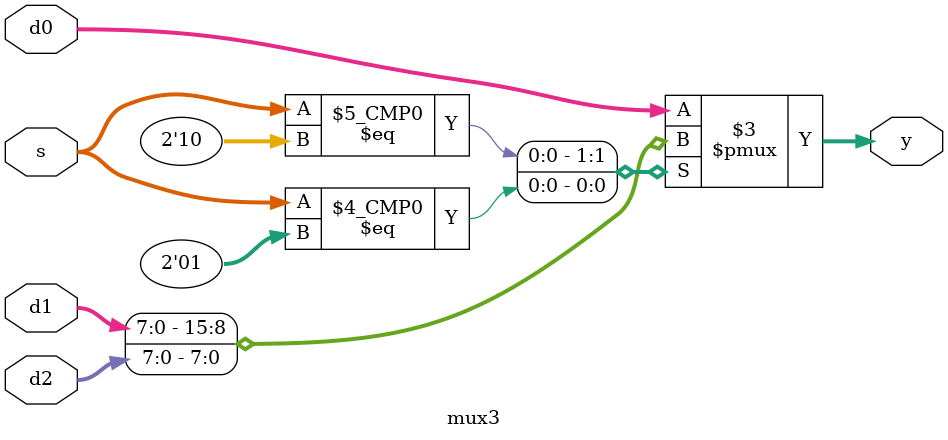
<source format=v>
`timescale 1ns/1ps
`define mydelay 1


`define REGFILE_FF
`ifdef REGFILE_FF

module regfile(input             clk,
               input             we,
               input      [4:0]  ra1, ra2, wa,
               input      [31:0] wd,
               output reg [31:0] rd1, rd2);

	reg [31:0] R1;
	reg [31:0] R2;
	reg [31:0] R3;
	reg [31:0] R4;
	reg [31:0] R5;
	reg [31:0] R6;
	reg [31:0] R7;
	reg [31:0] R8;
	reg [31:0] R9;
	reg [31:0] R10;
	reg [31:0] R11;
	reg [31:0] R12;
	reg [31:0] R13;
	reg [31:0] R14;
	reg [31:0] R15;
	reg [31:0] R16;
	reg [31:0] R17;
	reg [31:0] R18;
	reg [31:0] R19;
	reg [31:0] R20;
	reg [31:0] R21;
	reg [31:0] R22;
	reg [31:0] R23;
	reg [31:0] R24;
	reg [31:0] R25;
	reg [31:0] R26;
	reg [31:0] R27;
	reg [31:0] R28;
	reg [31:0] R29;
	reg [31:0] R30;
	reg [31:0] R31;

	always @(posedge clk)
	begin
  	 if (we)
	 begin
   		case (wa[4:0])
   		5'd0:   ;
   		5'd1:   R1  <= wd;
   		5'd2:   R2  <= wd;
   		5'd3:   R3  <= wd;
   		5'd4:   R4  <= wd;
   		5'd5:   R5  <= wd;
   		5'd6:   R6  <= wd;
   		5'd7:   R7  <= wd;
   		5'd8:   R8  <= wd;
   		5'd9:   R9  <= wd;
   		5'd10:  R10 <= wd;
   		5'd11:  R11 <= wd;
   		5'd12:  R12 <= wd;
   		5'd13:  R13 <= wd;
   		5'd14:  R14 <= wd;
   		5'd15:  R15 <= wd;
   		5'd16:  R16 <= wd;
   		5'd17:  R17 <= wd;
   		5'd18:  R18 <= wd;
   		5'd19:  R19 <= wd;
   		5'd20:  R20 <= wd;
   		5'd21:  R21 <= wd;
   		5'd22:  R22 <= wd;
   		5'd23:  R23 <= wd;
   		5'd24:  R24 <= wd;
   		5'd25:  R25 <= wd;
   		5'd26:  R26 <= wd;
   		5'd27:  R27 <= wd;
   		5'd28:  R28 <= wd;
   		5'd29:  R29 <= wd;
   		5'd30:  R30 <= wd;
   		5'd31:  R31 <= wd;
   		endcase
     end
	end

	always @(*)
	begin
		case (ra2[4:0])
		5'd0:   rd2 = 32'b0;
		5'd1:   rd2 = R1;
		5'd2:   rd2 = R2;
		5'd3:   rd2 = R3;
		5'd4:   rd2 = R4;
		5'd5:   rd2 = R5;
		5'd6:   rd2 = R6;
		5'd7:   rd2 = R7;
		5'd8:   rd2 = R8;
		5'd9:   rd2 = R9;
		5'd10:  rd2 = R10;
		5'd11:  rd2 = R11;
		5'd12:  rd2 = R12;
		5'd13:  rd2 = R13;
		5'd14:  rd2 = R14;
		5'd15:  rd2 = R15;
		5'd16:  rd2 = R16;
		5'd17:  rd2 = R17;
		5'd18:  rd2 = R18;
		5'd19:  rd2 = R19;
		5'd20:  rd2 = R20;
		5'd21:  rd2 = R21;
		5'd22:  rd2 = R22;
		5'd23:  rd2 = R23;
		5'd24:  rd2 = R24;
		5'd25:  rd2 = R25;
		5'd26:  rd2 = R26;
		5'd27:  rd2 = R27;
		5'd28:  rd2 = R28;
		5'd29:  rd2 = R29;
		5'd30:  rd2 = R30;
		5'd31:  rd2 = R31;
		endcase
	end

	always @(*)
	begin
		case (ra1[4:0])
		5'd0:   rd1 = 32'b0;
		5'd1:   rd1 = R1;
		5'd2:   rd1 = R2;
		5'd3:   rd1 = R3;
		5'd4:   rd1 = R4;
		5'd5:   rd1 = R5;
		5'd6:   rd1 = R6;
		5'd7:   rd1 = R7;
		5'd8:   rd1 = R8;
		5'd9:   rd1 = R9;
		5'd10:  rd1 = R10;
		5'd11:  rd1 = R11;
		5'd12:  rd1 = R12;
		5'd13:  rd1 = R13;
		5'd14:  rd1 = R14;
		5'd15:  rd1 = R15;
		5'd16:  rd1 = R16;
		5'd17:  rd1 = R17;
		5'd18:  rd1 = R18;
		5'd19:  rd1 = R19;
		5'd20:  rd1 = R20;
		5'd21:  rd1 = R21;
		5'd22:  rd1 = R22;
		5'd23:  rd1 = R23;
		5'd24:  rd1 = R24;
		5'd25:  rd1 = R25;
		5'd26:  rd1 = R26;
		5'd27:  rd1 = R27;
		5'd28:  rd1 = R28;
		5'd29:  rd1 = R29;
		5'd30:  rd1 = R30;
		5'd31:  rd1 = R31;
		endcase
	end

endmodule

`else

module regfile(input         clk,
               input         we,
               input  [4:0]  ra1, ra2, wa,
               input  [31:0] wd,
               output [31:0] rd1, rd2);

  reg [31:0] rf[31:0];

  // three ported register file
  // read two ports combinationally
  // write third port on rising edge of clock
  // register 0 hardwired to 0

  always @(posedge clk)
    if (we) rf[wa] <= #`mydelay wd;

  assign #`mydelay rd1 = (ra1 != 0) ? rf[ra1] : 0;
  assign #`mydelay rd2 = (ra2 != 0) ? rf[ra2] : 0;
endmodule

`endif


module alu(input      [31:0] a, b,
           input      [2:0]  alucont,
           output reg [31:0] result,
           output            zero);

  wire [31:0] b2, sum, slt;

  assign b2 = alucont[2] ? ~b:b;
  assign sum = a + b2 + alucont[2];
  assign slt = sum[31];

  always@(*)
    case(alucont[1:0])
      2'b00: result <= #`mydelay a & b;
      2'b01: result <= #`mydelay a | b;
      2'b10: result <= #`mydelay sum;
      2'b11: result <= #`mydelay slt;
    endcase

  assign #`mydelay zero = (result == 32'b0);

endmodule


module adder(input [31:0] a, b,
             output [31:0] y);

  assign #`mydelay y = a + b;
endmodule



module sl2(input  [31:0] a,
           output [31:0] y);

  // shift left by 2
  assign #`mydelay y = {a[29:0], 2'b00};
endmodule



module sign_zero_ext(input      [15:0] a,
                     input             signext,
                     output reg [31:0] y);

   always @(*)
	begin
	   if (signext)  y <= {{16{a[15]}}, a[15:0]};
	   else          y <= {16'b0, a[15:0]};
	end

endmodule



module shift_left_16(input      [31:0] a,
		               input         shiftl16,
                     output reg [31:0] y);

   always @(*)
	begin
	   if (shiftl16) y = {a[15:0],16'b0};
	   else          y = a[31:0];
	end

endmodule


// ###### Taelim Hwang: Start #######
module flopr #(parameter WIDTH = 8)
              

              (input                  clk, reset, stall,



               input      [WIDTH-1:0] d,
               output reg [WIDTH-1:0] q);
  always @(posedge clk, posedge reset)
    if (reset) q <= #`mydelay 0;
    // ###### Taelim Hwang: Start_2 #######

    else if (~stall) q <= #`mydelay d;
    else if (stall) q <= #`mydelay q;
    // ###### Taelim Hwang: End_2 #######

endmodule
// ###### Taelim Hwang: End #######



module flopenr #(parameter WIDTH = 8)
                (input                  clk, reset,
                 input                  en,
                 input      [WIDTH-1:0] d,
                 output reg [WIDTH-1:0] q);

  always @(posedge clk, posedge reset)
    if      (reset) q <= #`mydelay 0;
    else if (en)    q <= #`mydelay d;

endmodule



module mux2 #(parameter WIDTH = 8)
             (input  [WIDTH-1:0] d0, d1,
              input              s,
              output [WIDTH-1:0] y);

  assign #`mydelay y = s ? d1 : d0;

endmodule
// ###### Taelim Hwang: Start #######

// New mux3, mux4

module mux3 # (parameter WIDTH = 8)
              (input  [WIDTH-1:0] d0, d1, d2,
				   input   [1:0]           s,
					output reg [WIDTH-1:0] y);


	always@(*)
	begin
	  case (s)
	    2'b00: y <= #`mydelay d0;
		 2'b10: y <= #`mydelay d1;
		 2'b01: y <= #`mydelay d2;
		 default: y <= #`mydelay d0;
	  endcase
	end
endmodule

//module mux4 # (parameter WIDTH = 8)
//              (input  [WIDTH-1:0] d0, d1, d2, d3,
//				   input              s,
//					output [WIDTH-1:0] y);

//  wire t0, t1;

//  assign t0 = (s[1] ? d2 : d0);
//  assign t1 = (s[1] ? d3 : d1);
//  assign #`mydelay y  = (s[0] ? t0 : t1);

//endmodule

// ###### Taelim Hwang: End #######

</source>
